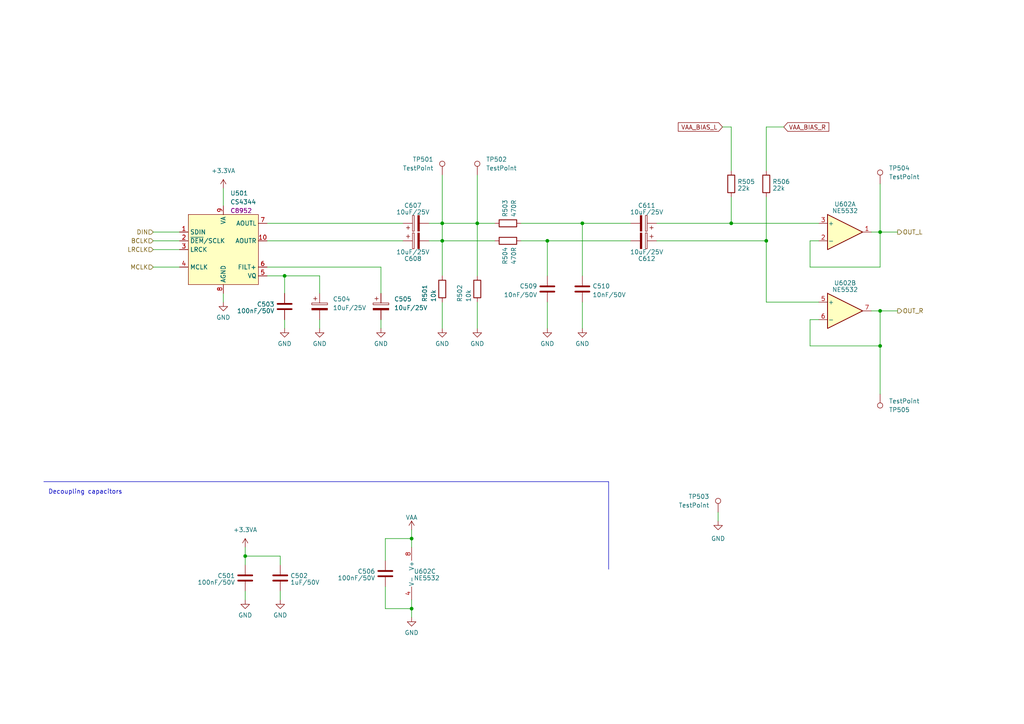
<source format=kicad_sch>
(kicad_sch (version 20230121) (generator eeschema)
  (paper "A4")
  (lib_symbols
    (symbol "Amplifier_Operational:NE5532" (pin_names (offset 0.127))
      (property "Reference" "U" (at 0 5.08 0))
      (property "Value" "NE5532" (at 0 -5.08 0))
      (symbol "NE5532_1_1"
        (polyline (pts (xy -5.08 5.08) (xy 5.08 0) (xy -5.08 -5.08) (xy -5.08 5.08)) (stroke (width 0.254)) (fill (type background)))
        (pin output line (at 7.62 0 180) (length 2.54) (name "~") (number "1"))
        (pin input line (at -7.62 -2.54 0) (length 2.54) (name "-") (number "2"))
        (pin input line (at -7.62 2.54 0) (length 2.54) (name "+") (number "3"))
      )
      (symbol "NE5532_2_1"
        (polyline (pts (xy -5.08 5.08) (xy 5.08 0) (xy -5.08 -5.08) (xy -5.08 5.08)) (stroke (width 0.254)) (fill (type background)))
        (pin input line (at -7.62 2.54 0) (length 2.54) (name "+") (number "5"))
        (pin input line (at -7.62 -2.54 0) (length 2.54) (name "-") (number "6"))
        (pin output line (at 7.62 0 180) (length 2.54) (name "~") (number "7"))
      )
      (symbol "NE5532_3_1"
        (pin power_in line (at -2.54 -7.62 90) (length 3.81) (name "V-") (number "4"))
        (pin power_in line (at -2.54 7.62 270) (length 3.81) (name "V+") (number "8"))
      )
    )
    (symbol "Connector:TestPoint" (pin_numbers hide) (pin_names (offset 0.762) hide)
      (property "Reference" "TP" (at 0 6.858 0))
      (property "Value" "TestPoint" (at 0 5.08 0))
      (symbol "TestPoint_0_1"
        (circle (center 0 3.302) (radius 0.762))
      )
      (symbol "TestPoint_1_1"
        (pin passive line (at 0 0 90) (length 2.54) (name "1") (number "1"))
      )
    )
    (symbol "Device:C" (pin_numbers hide) (pin_names (offset 0.254))
      (property "Reference" "C" (at 0.635 2.54 0))
      (property "Value" "C" (at 0.635 -2.54 0))
      (symbol "C_0_1"
        (polyline (pts (xy -2.032 -0.762) (xy 2.032 -0.762)) (stroke (width 0.508)))
        (polyline (pts (xy -2.032 0.762) (xy 2.032 0.762)) (stroke (width 0.508)))
      )
      (symbol "C_1_1"
        (pin passive line (at 0 3.81 270) (length 2.794) (name "~") (number "1"))
        (pin passive line (at 0 -3.81 90) (length 2.794) (name "~") (number "2"))
      )
    )
    (symbol "Device:C_Polarized" (pin_numbers hide) (pin_names (offset 0.254))
      (property "Reference" "C" (at 0.635 2.54 0))
      (property "Value" "C_Polarized" (at 0.635 -2.54 0))
      (symbol "C_Polarized_0_1"
        (rectangle (start -2.286 0.508) (end 2.286 1.016))
        (polyline (pts (xy -1.778 2.286) (xy -0.762 2.286)))
        (polyline (pts (xy -1.27 2.794) (xy -1.27 1.778)))
        (rectangle (start 2.286 -0.508) (end -2.286 -1.016) (fill (type outline)))
      )
      (symbol "C_Polarized_1_1"
        (pin passive line (at 0 3.81 270) (length 2.794) (name "~") (number "1"))
        (pin passive line (at 0 -3.81 90) (length 2.794) (name "~") (number "2"))
      )
    )
    (symbol "Device:R" (pin_numbers hide) (pin_names (offset 0))
      (property "Reference" "R" (at 2.032 0 90))
      (property "Value" "R" (at 0 0 90))
      (symbol "R_0_1"
        (rectangle (start -1.016 -2.54) (end 1.016 2.54) (stroke (width 0.254)))
      )
      (symbol "R_1_1"
        (pin passive line (at 0 3.81 270) (length 1.27) (name "~") (number "1"))
        (pin passive line (at 0 -3.81 90) (length 1.27) (name "~") (number "2"))
      )
    )
    (symbol "Skrooter_symbols:CS4344"
      (property "Reference" "U" (at -10.16 -16.51 0))
      (property "Value" "CS4344" (at -10.16 -13.97 0))
      (property "LCSC" "C8952" (at 0 0 0))
      (symbol "CS4344_0_1"
        (rectangle (start -10.16 7.62) (end 10.16 -12.7) (stroke (width 0.1524)) (fill (type background)))
      )
      (symbol "CS4344_1_1"
        (pin input line (at -12.7 2.54 0) (length 2.54) (name "SDIN") (number "1"))
        (pin input line (at 12.7 0 180) (length 2.54) (name "AOUTR") (number "10"))
        (pin input line (at -12.7 0 0) (length 2.54) (name "~{DEM}/SCLK") (number "2"))
        (pin input line (at -12.7 -2.54 0) (length 2.54) (name "LRCK") (number "3"))
        (pin input line (at -12.7 -7.62 0) (length 2.54) (name "MCLK") (number "4"))
        (pin input line (at 12.7 -10.16 180) (length 2.54) (name "VQ") (number "5"))
        (pin input line (at 12.7 -7.62 180) (length 2.54) (name "FILT+") (number "6"))
        (pin input line (at 12.7 5.08 180) (length 2.54) (name "AOUTL") (number "7"))
        (pin input line (at 0 -15.24 90) (length 2.54) (name "AGND") (number "8"))
        (pin input line (at 0 10.16 270) (length 2.54) (name "VA") (number "9"))
      )
    )
    (symbol "power:+3.3VA" (power) (pin_names (offset 0))
      (property "Value" "+3.3VA" (at 0 3.556 0))
      (symbol "+3.3VA_0_1"
        (polyline (pts (xy -0.762 1.27) (xy 0 2.54)))
        (polyline (pts (xy 0 0) (xy 0 2.54)))
        (polyline (pts (xy 0 2.54) (xy 0.762 1.27)))
      )
      (symbol "+3.3VA_1_1"
        (pin power_in line (at 0 0 90) (length 0) hide (name "+3.3VA") (number "1"))
      )
    )
    (symbol "power:GND" (power) (pin_names (offset 0))
      (property "Value" "GND" (at 0 -3.81 0))
      (symbol "GND_0_1"
        (polyline (pts (xy 0 0) (xy 0 -1.27) (xy 1.27 -1.27) (xy 0 -2.54) (xy -1.27 -1.27) (xy 0 -1.27)))
      )
      (symbol "GND_1_1"
        (pin power_in line (at 0 0 270) (length 0) hide (name "GND") (number "1"))
      )
    )
    (symbol "power:VAA" (power) (pin_names (offset 0))
      (property "Value" "VAA" (at 0 3.81 0))
      (symbol "VAA_0_1"
        (polyline (pts (xy -0.762 1.27) (xy 0 2.54)))
        (polyline (pts (xy 0 0) (xy 0 2.54)))
        (polyline (pts (xy 0 2.54) (xy 0.762 1.27)))
      )
      (symbol "VAA_1_1"
        (pin power_in line (at 0 0 90) (length 0) hide (name "VAA") (number "1"))
      )
    )
  )
  (junction (at 255.27 100.33))
  (junction (at 71.12 161.29))
  (junction (at 212.09 64.77))
  (junction (at 255.27 67.31))
  (junction (at 128.27 69.85))
  (junction (at 168.91 64.77))
  (junction (at 119.38 176.53))
  (junction (at 158.75 69.85))
  (junction (at 119.38 156.21))
  (junction (at 255.27 90.17))
  (junction (at 138.43 64.77))
  (junction (at 222.25 69.85))
  (junction (at 82.55 80.01))
  (junction (at 128.27 64.77))
  (wire (pts (xy 128.27 87.63) (xy 128.27 95.25)))
  (wire (pts (xy 237.49 87.63) (xy 222.25 87.63)))
  (wire (pts (xy 71.12 161.29) (xy 81.28 161.29)))
  (wire (pts (xy 255.27 114.3) (xy 255.27 100.33)))
  (wire (pts (xy 237.49 69.85) (xy 234.95 69.85)))
  (wire (pts (xy 111.76 176.53) (xy 119.38 176.53)))
  (wire (pts (xy 64.77 85.09) (xy 64.77 87.63)))
  (wire (pts (xy 128.27 64.77) (xy 138.43 64.77)))
  (wire (pts (xy 222.25 69.85) (xy 222.25 57.15)))
  (wire (pts (xy 255.27 67.31) (xy 252.73 67.31)))
  (wire (pts (xy 208.28 151.13) (xy 208.28 148.59)))
  (wire (pts (xy 209.55 36.83) (xy 212.09 36.83)))
  (wire (pts (xy 227.33 36.83) (xy 222.25 36.83)))
  (wire (pts (xy 82.55 92.71) (xy 82.55 95.25)))
  (wire (pts (xy 212.09 36.83) (xy 212.09 49.53)))
  (wire (pts (xy 71.12 171.45) (xy 71.12 173.99)))
  (wire (pts (xy 124.46 64.77) (xy 128.27 64.77)))
  (wire (pts (xy 77.47 80.01) (xy 82.55 80.01)))
  (wire (pts (xy 158.75 69.85) (xy 151.13 69.85)))
  (wire (pts (xy 222.25 36.83) (xy 222.25 49.53)))
  (wire (pts (xy 168.91 64.77) (xy 168.91 80.01)))
  (wire (pts (xy 138.43 87.63) (xy 138.43 95.25)))
  (wire (pts (xy 234.95 100.33) (xy 255.27 100.33)))
  (wire (pts (xy 110.49 77.47) (xy 110.49 85.09)))
  (wire (pts (xy 255.27 53.34) (xy 255.27 67.31)))
  (wire (pts (xy 158.75 69.85) (xy 182.88 69.85)))
  (wire (pts (xy 119.38 173.99) (xy 119.38 176.53)))
  (wire (pts (xy 124.46 69.85) (xy 128.27 69.85)))
  (wire (pts (xy 158.75 87.63) (xy 158.75 95.25)))
  (wire (pts (xy 234.95 92.71) (xy 234.95 100.33)))
  (wire (pts (xy 128.27 69.85) (xy 143.51 69.85)))
  (wire (pts (xy 168.91 64.77) (xy 182.88 64.77)))
  (wire (pts (xy 128.27 50.8) (xy 128.27 64.77)))
  (wire (pts (xy 190.5 64.77) (xy 212.09 64.77)))
  (wire (pts (xy 128.27 64.77) (xy 128.27 69.85)))
  (wire (pts (xy 119.38 176.53) (xy 119.38 179.07)))
  (wire (pts (xy 44.45 72.39) (xy 52.07 72.39)))
  (wire (pts (xy 222.25 87.63) (xy 222.25 69.85)))
  (wire (pts (xy 255.27 67.31) (xy 260.35 67.31)))
  (wire (pts (xy 77.47 69.85) (xy 116.84 69.85)))
  (wire (pts (xy 82.55 80.01) (xy 92.71 80.01)))
  (wire (pts (xy 44.45 67.31) (xy 52.07 67.31)))
  (wire (pts (xy 212.09 64.77) (xy 212.09 57.15)))
  (wire (pts (xy 168.91 87.63) (xy 168.91 95.25)))
  (wire (pts (xy 44.45 77.47) (xy 52.07 77.47)))
  (wire (pts (xy 138.43 50.8) (xy 138.43 64.77)))
  (wire (pts (xy 255.27 100.33) (xy 255.27 90.17)))
  (wire (pts (xy 138.43 64.77) (xy 143.51 64.77)))
  (wire (pts (xy 81.28 171.45) (xy 81.28 173.99)))
  (wire (pts (xy 111.76 170.18) (xy 111.76 176.53)))
  (wire (pts (xy 119.38 153.67) (xy 119.38 156.21)))
  (wire (pts (xy 82.55 80.01) (xy 82.55 85.09)))
  (wire (pts (xy 234.95 77.47) (xy 255.27 77.47)))
  (wire (pts (xy 255.27 90.17) (xy 260.35 90.17)))
  (wire (pts (xy 92.71 92.71) (xy 92.71 95.25)))
  (wire (pts (xy 111.76 162.56) (xy 111.76 156.21)))
  (wire (pts (xy 255.27 90.17) (xy 252.73 90.17)))
  (wire (pts (xy 158.75 80.01) (xy 158.75 69.85)))
  (wire (pts (xy 64.77 54.61) (xy 64.77 59.69)))
  (wire (pts (xy 128.27 69.85) (xy 128.27 80.01)))
  (wire (pts (xy 77.47 77.47) (xy 110.49 77.47)))
  (wire (pts (xy 110.49 92.71) (xy 110.49 95.25)))
  (wire (pts (xy 71.12 161.29) (xy 71.12 163.83)))
  (wire (pts (xy 234.95 69.85) (xy 234.95 77.47)))
  (wire (pts (xy 212.09 64.77) (xy 237.49 64.77)))
  (wire (pts (xy 71.12 158.75) (xy 71.12 161.29)))
  (wire (pts (xy 119.38 156.21) (xy 119.38 158.75)))
  (polyline (pts (xy 12.7 139.7) (xy 176.53 139.7)))
  (wire (pts (xy 151.13 64.77) (xy 168.91 64.77)))
  (wire (pts (xy 237.49 92.71) (xy 234.95 92.71)))
  (wire (pts (xy 111.76 156.21) (xy 119.38 156.21)))
  (wire (pts (xy 138.43 64.77) (xy 138.43 80.01)))
  (polyline (pts (xy 176.53 165.1) (xy 176.53 139.7)))
  (wire (pts (xy 255.27 77.47) (xy 255.27 67.31)))
  (wire (pts (xy 44.45 69.85) (xy 52.07 69.85)))
  (wire (pts (xy 81.28 161.29) (xy 81.28 163.83)))
  (wire (pts (xy 77.47 64.77) (xy 116.84 64.77)))
  (wire (pts (xy 190.5 69.85) (xy 222.25 69.85)))
  (wire (pts (xy 92.71 80.01) (xy 92.71 85.09)))
  (text "Decoupling capacitors" (at 13.97 143.51 0) (effects (font (size 1.27 1.27)) (justify left bottom)))
  (global_label "VAA_BIAS_R" (shape input) (at 227.33 36.83 0) (property "Intersheetrefs" "${INTERSHEET_REFS}" (effects hide)))
  (global_label "VAA_BIAS_L" (shape input) (at 209.55 36.83 180) (property "Intersheetrefs" "${INTERSHEET_REFS}" (effects hide)))
  (hierarchical_label "MCLK" (shape input) (at 44.45 77.47 180))
  (hierarchical_label "OUT_R" (shape output) (at 260.35 90.17 0))
  (hierarchical_label "OUT_L" (shape output) (at 260.35 67.31 0))
  (hierarchical_label "BCLK" (shape input) (at 44.45 69.85 180))
  (hierarchical_label "DIN" (shape input) (at 44.45 67.31 180))
  (hierarchical_label "LRCLK" (shape input) (at 44.45 72.39 180))
  (symbol (lib_id "Device:C_Polarized") (at 110.49 88.9 0) (unit 1)
    (property "Reference" "C505" (at 114.3 86.741 0) (effects (justify left)))
    (property "Value" "10uF/25V" (at 114.3 89.281 0) (effects (justify left)))
    (property "Footprint" "Capacitor_SMD:CP_Elec_4x5.8" (effects hide))
    (property "LCSC" "C2163094" (effects hide))
    (instances (project "Magna" (path "" (reference "C505") (unit 1)) (path "" (reference "C605") (unit 1))) (project "Audio_daughterboard" (path "" (reference "C405") (unit 1)) (path "" (reference "C505") (unit 1))))
  )
  (symbol (lib_id "power:GND") (at 158.75 95.25 0) (unit 1)
    (property "Reference" "#PWR0513" (effects hide))
    (property "Value" "GND" (at 158.75 99.6934 0))
    (instances (project "Magna" (path "" (reference "#PWR0513") (unit 1)) (path "" (reference "#PWR0613") (unit 1))) (project "Audio_daughterboard" (path "" (reference "#PWR0413") (unit 1)) (path "" (reference "#PWR0513") (unit 1))))
  )
  (symbol (lib_id "Skrooter_symbols:CS4344") (at 64.77 69.85 0) (unit 1)
    (property "Reference" "U501" (at 66.7894 56.0442 0) (effects (justify left)))
    (property "Value" "CS4344" (at 66.7894 58.5811 0) (effects (justify left)))
    (property "Footprint" "Package_SO:MSOP-10_3x3mm_P0.5mm" (effects hide))
    (property "Datasheet" "https://datasheet.lcsc.com/lcsc/1811020008_Cirrus-Logic-CS4344-CZZR_C8952.pdf" (effects hide))
    (property "LCSC" "C8952" (at 66.7894 61.118 0) (effects (justify left)))
    (property "Sim.Enable" "0" (effects hide))
    (instances (project "Magna" (path "" (reference "U501") (unit 1)) (path "" (reference "U601") (unit 1))) (project "Audio_daughterboard" (path "" (reference "U401") (unit 1)) (path "" (reference "U501") (unit 1))))
  )
  (symbol (lib_id "Device:R") (at 222.25 53.34 180) (unit 1)
    (property "Reference" "R506" (at 224.028 52.6963 0) (effects (justify right)))
    (property "Value" "22k" (at 224.028 54.6173 0) (effects (justify right)))
    (property "Footprint" "Resistor_SMD:R_0805_2012Metric_Pad1.20x1.40mm_HandSolder" (effects hide))
    (property "LCSC" "C479095" (effects hide))
    (instances (project "Magna" (path "" (reference "R506") (unit 1)) (path "" (reference "R606") (unit 1))) (project "Audio_daughterboard" (path "" (reference "R406") (unit 1)) (path "" (reference "R506") (unit 1))))
  )
  (symbol (lib_id "Connector:TestPoint") (at 138.43 50.8 0) (unit 1)
    (property "Reference" "TP502" (at 140.97 46.228 0) (effects (justify left)))
    (property "Value" "TestPoint" (at 140.97 48.768 0) (effects (justify left)))
    (property "Footprint" "TestPoint:TestPoint_Keystone_5005-5009_Compact" (effects hide))
    (property "Sim.Enable" "0" (effects hide))
    (instances (project "Magna" (path "" (reference "TP502") (unit 1)) (path "" (reference "TP602") (unit 1))) (project "Audio_daughterboard" (path "" (reference "TP402") (unit 1)) (path "" (reference "TP502") (unit 1))))
  )
  (symbol (lib_id "Device:R") (at 147.32 64.77 90) (unit 1)
    (property "Reference" "R503" (at 146.4853 62.992 0) (effects (justify left)))
    (property "Value" "470R" (at 149.0222 62.992 0) (effects (justify left)))
    (property "Footprint" "Resistor_SMD:R_0805_2012Metric_Pad1.20x1.40mm_HandSolder" (effects hide))
    (property "LCSC" "C706320" (effects hide))
    (instances (project "Magna" (path "" (reference "R503") (unit 1)) (path "" (reference "R603") (unit 1))) (project "Audio_daughterboard" (path "" (reference "R403") (unit 1)) (path "" (reference "R503") (unit 1))))
  )
  (symbol (lib_id "power:VAA") (at 119.38 153.67 0) (unit 1)
    (property "Reference" "#PWR0509" (effects hide))
    (property "Value" "VAA" (at 119.38 150.0942 0))
    (instances (project "Magna" (path "" (reference "#PWR0509") (unit 1)) (path "" (reference "#PWR0609") (unit 1))) (project "Audio_daughterboard" (path "" (reference "#PWR0409") (unit 1)) (path "" (reference "#PWR0509") (unit 1))))
  )
  (symbol (lib_id "power:GND") (at 92.71 95.25 0) (unit 1)
    (property "Reference" "#PWR0507" (effects hide))
    (property "Value" "GND" (at 92.71 99.6934 0))
    (instances (project "Magna" (path "" (reference "#PWR0507") (unit 1)) (path "" (reference "#PWR0607") (unit 1))) (project "Audio_daughterboard" (path "" (reference "#PWR0407") (unit 1)) (path "" (reference "#PWR0507") (unit 1))))
  )
  (symbol (lib_id "Device:C") (at 81.28 167.64 0) (unit 1)
    (property "Reference" "C502" (at 84.201 166.9963 0) (effects (justify left)))
    (property "Value" "1uF/50V" (at 84.201 168.9173 0) (effects (justify left)))
    (property "Footprint" "Capacitor_SMD:C_0805_2012Metric_Pad1.18x1.45mm_HandSolder" (effects hide))
    (property "LCSC" "C28323" (effects hide))
    (instances (project "Magna" (path "" (reference "C502") (unit 1)) (path "" (reference "C602") (unit 1))) (project "Audio_daughterboard" (path "" (reference "C402") (unit 1)) (path "" (reference "C502") (unit 1))))
  )
  (symbol (lib_id "Connector:TestPoint") (at 255.27 114.3 0) (mirror x) (unit 1)
    (property "Reference" "TP505" (at 257.81 118.872 0) (effects (justify left)))
    (property "Value" "TestPoint" (at 257.81 116.332 0) (effects (justify left)))
    (property "Footprint" "TestPoint:TestPoint_Keystone_5005-5009_Compact" (effects hide))
    (property "Sim.Enable" "0" (effects hide))
    (instances (project "Magna" (path "" (reference "TP505") (unit 1)) (path "" (reference "TP605") (unit 1))) (project "Audio_daughterboard" (path "" (reference "TP405") (unit 1)) (path "" (reference "TP505") (unit 1))))
  )
  (symbol (lib_id "Device:C") (at 111.76 166.37 0) (mirror y) (unit 1)
    (property "Reference" "C506" (at 108.839 165.7263 0) (effects (justify left)))
    (property "Value" "100nF/50V" (at 108.839 167.6473 0) (effects (justify left)))
    (property "Footprint" "Capacitor_SMD:C_0805_2012Metric_Pad1.18x1.45mm_HandSolder" (effects hide))
    (property "LCSC" "C49678" (effects hide))
    (instances (project "Magna" (path "" (reference "C506") (unit 1)) (path "" (reference "C606") (unit 1))) (project "Audio_daughterboard" (path "" (reference "C406") (unit 1)) (path "" (reference "C506") (unit 1))))
  )
  (symbol (lib_id "power:GND") (at 64.77 87.63 0) (unit 1)
    (property "Reference" "#PWR0502" (effects hide))
    (property "Value" "GND" (at 64.77 92.0734 0))
    (instances (project "Magna" (path "" (reference "#PWR0502") (unit 1)) (path "" (reference "#PWR0602") (unit 1))) (project "Audio_daughterboard" (path "" (reference "#PWR0402") (unit 1)) (path "" (reference "#PWR0502") (unit 1))))
  )
  (symbol (lib_id "Device:R") (at 128.27 83.82 0) (mirror y) (unit 1)
    (property "Reference" "R501" (at 123.19 87.63 90) (effects (justify left)))
    (property "Value" "10k" (at 125.73 87.63 90) (effects (justify left)))
    (property "Footprint" "Resistor_SMD:R_0805_2012Metric_Pad1.20x1.40mm_HandSolder" (effects hide))
    (property "LCSC" "C17414" (effects hide))
    (instances (project "Magna" (path "" (reference "R501") (unit 1)) (path "" (reference "R601") (unit 1))) (project "Audio_daughterboard" (path "" (reference "R401") (unit 1)) (path "" (reference "R501") (unit 1))))
  )
  (symbol (lib_id "Device:R") (at 212.09 53.34 180) (unit 1)
    (property "Reference" "R505" (at 213.868 52.6963 0) (effects (justify right)))
    (property "Value" "22k" (at 213.868 54.6173 0) (effects (justify right)))
    (property "Footprint" "Resistor_SMD:R_0805_2012Metric_Pad1.20x1.40mm_HandSolder" (effects hide))
    (property "LCSC" "C479095" (effects hide))
    (instances (project "Magna" (path "" (reference "R505") (unit 1)) (path "" (reference "R605") (unit 1))) (project "Audio_daughterboard" (path "" (reference "R405") (unit 1)) (path "" (reference "R505") (unit 1))))
  )
  (symbol (lib_id "Device:C") (at 82.55 88.9 0) (mirror y) (unit 1)
    (property "Reference" "C503" (at 79.629 88.2563 0) (effects (justify left)))
    (property "Value" "100nF/50V" (at 79.629 90.1773 0) (effects (justify left)))
    (property "Footprint" "Capacitor_SMD:C_0805_2012Metric_Pad1.18x1.45mm_HandSolder" (effects hide))
    (property "LCSC" "C49678" (effects hide))
    (instances (project "Magna" (path "" (reference "C503") (unit 1)) (path "" (reference "C603") (unit 1))) (project "Audio_daughterboard" (path "" (reference "C403") (unit 1)) (path "" (reference "C503") (unit 1))))
  )
  (symbol (lib_id "Connector:TestPoint") (at 255.27 53.34 0) (unit 1)
    (property "Reference" "TP504" (at 257.81 48.768 0) (effects (justify left)))
    (property "Value" "TestPoint" (at 257.81 51.308 0) (effects (justify left)))
    (property "Footprint" "TestPoint:TestPoint_Keystone_5005-5009_Compact" (effects hide))
    (property "Sim.Enable" "0" (effects hide))
    (instances (project "Magna" (path "" (reference "TP504") (unit 1)) (path "" (reference "TP604") (unit 1))) (project "Audio_daughterboard" (path "" (reference "TP404") (unit 1)) (path "" (reference "TP504") (unit 1))))
  )
  (symbol (lib_id "power:GND") (at 81.28 173.99 0) (unit 1)
    (property "Reference" "#PWR0505" (effects hide))
    (property "Value" "GND" (at 81.28 178.4334 0))
    (instances (project "Magna" (path "" (reference "#PWR0505") (unit 1)) (path "" (reference "#PWR0605") (unit 1))) (project "Audio_daughterboard" (path "" (reference "#PWR0405") (unit 1)) (path "" (reference "#PWR0505") (unit 1))))
  )
  (symbol (lib_id "Device:C") (at 168.91 83.82 0) (unit 1)
    (property "Reference" "C510" (at 171.831 82.9853 0) (effects (justify left)))
    (property "Value" "10nF/50V" (at 171.831 85.5222 0) (effects (justify left)))
    (property "Footprint" "Capacitor_SMD:C_0805_2012Metric_Pad1.18x1.45mm_HandSolder" (effects hide))
    (property "LCSC" "C3908881" (effects hide))
    (instances (project "Magna" (path "" (reference "C510") (unit 1)) (path "" (reference "C610") (unit 1))) (project "Audio_daughterboard" (path "" (reference "C410") (unit 1)) (path "" (reference "C510") (unit 1))))
  )
  (symbol (lib_id "power:GND") (at 208.28 151.13 0) (unit 1)
    (property "Reference" "#PWR0515" (effects hide))
    (property "Value" "GND" (at 208.28 156.21 0))
    (instances (project "Magna" (path "" (reference "#PWR0515") (unit 1)) (path "" (reference "#PWR0615") (unit 1))) (project "Audio_daughterboard" (path "" (reference "#PWR0415") (unit 1)) (path "" (reference "#PWR0515") (unit 1))))
  )
  (symbol (lib_id "Amplifier_Operational:NE5532") (at 245.11 90.17 0) (unit 2)
    (property "Reference" "U602" (at 245.11 82.0801 0))
    (property "Value" "NE5532" (at 245.11 84.0011 0))
    (property "Footprint" "Package_SO:SOIC-8_3.9x4.9mm_P1.27mm" (effects hide))
    (property "Datasheet" "http://www.ti.com/lit/ds/symlink/ne5532.pdf" (effects hide))
    (property "LCSC" "C7426" (effects hide))
    (property "Sim.Library" "${KICAD7_SYMBOL_DIR}/Simulation_SPICE.sp" (effects hide))
    (property "Sim.Name" "kicad_builtin_opamp_dual" (effects hide))
    (property "Sim.Device" "SUBCKT" (effects hide))
    (property "Sim.Pins" "1=out1 2=in1- 3=in1+ 4=vee 5=in2+ 6=in2- 7=out2 8=vcc" (effects hide))
    (instances (project "Magna" (path "" (reference "U602") (unit 2)) (path "" (reference "U502") (unit 2))) (project "Audio_daughterboard" (path "" (reference "U402") (unit 2)) (path "" (reference "U502") (unit 2))))
  )
  (symbol (lib_id "Device:R") (at 138.43 83.82 0) (mirror y) (unit 1)
    (property "Reference" "R502" (at 133.35 87.63 90) (effects (justify left)))
    (property "Value" "10k" (at 135.89 87.63 90) (effects (justify left)))
    (property "Footprint" "Resistor_SMD:R_0805_2012Metric_Pad1.20x1.40mm_HandSolder" (effects hide))
    (property "LCSC" "C17414" (effects hide))
    (instances (project "Magna" (path "" (reference "R502") (unit 1)) (path "" (reference "R602") (unit 1))) (project "Audio_daughterboard" (path "" (reference "R402") (unit 1)) (path "" (reference "R502") (unit 1))))
  )
  (symbol (lib_id "power:+3.3VA") (at 71.12 158.75 0) (unit 1)
    (property "Reference" "#PWR0501" (effects hide))
    (property "Value" "+3.3VA" (at 71.12 153.67 0))
    (instances (project "Audio_daughterboard" (path "" (reference "#PWR0501") (unit 1)) (path "" (reference "#PWR0401") (unit 1))))
  )
  (symbol (lib_id "Device:C_Polarized") (at 120.65 69.85 90) (mirror x) (unit 1)
    (property "Reference" "C608" (at 119.761 75.0189 90))
    (property "Value" "10uF/25V" (at 119.761 73.0979 90))
    (property "Footprint" "Capacitor_SMD:CP_Elec_4x5.8" (effects hide))
    (property "LCSC" "C2163094" (effects hide))
    (instances (project "Magna" (path "" (reference "C608") (unit 1)) (path "" (reference "C508") (unit 1))) (project "Audio_daughterboard" (path "" (reference "C408") (unit 1)) (path "" (reference "C508") (unit 1))))
  )
  (symbol (lib_id "power:+3.3VA") (at 64.77 54.61 0) (unit 1)
    (property "Reference" "#PWR0403" (effects hide))
    (property "Value" "+3.3VA" (at 64.77 49.53 0))
    (instances (project "Audio_daughterboard" (path "" (reference "#PWR0403") (unit 1)) (path "" (reference "#PWR0503") (unit 1))))
  )
  (symbol (lib_id "power:GND") (at 138.43 95.25 0) (unit 1)
    (property "Reference" "#PWR0512" (effects hide))
    (property "Value" "GND" (at 138.43 99.6934 0))
    (instances (project "Magna" (path "" (reference "#PWR0512") (unit 1)) (path "" (reference "#PWR0612") (unit 1))) (project "Audio_daughterboard" (path "" (reference "#PWR0412") (unit 1)) (path "" (reference "#PWR0512") (unit 1))))
  )
  (symbol (lib_id "Amplifier_Operational:NE5532") (at 245.11 67.31 0) (unit 1)
    (property "Reference" "U602" (at 245.11 59.2201 0))
    (property "Value" "NE5532" (at 245.11 61.1411 0))
    (property "Footprint" "Package_SO:SOIC-8_3.9x4.9mm_P1.27mm" (effects hide))
    (property "Datasheet" "http://www.ti.com/lit/ds/symlink/ne5532.pdf" (effects hide))
    (property "LCSC" "C7426" (effects hide))
    (property "Sim.Library" "${KICAD7_SYMBOL_DIR}/Simulation_SPICE.sp" (effects hide))
    (property "Sim.Name" "kicad_builtin_opamp_dual" (effects hide))
    (property "Sim.Device" "SUBCKT" (effects hide))
    (property "Sim.Pins" "1=out1 2=in1- 3=in1+ 4=vee 5=in2+ 6=in2- 7=out2 8=vcc" (effects hide))
    (instances (project "Magna" (path "" (reference "U602") (unit 1)) (path "" (reference "U502") (unit 1))) (project "Audio_daughterboard" (path "" (reference "U402") (unit 1)) (path "" (reference "U502") (unit 1))))
  )
  (symbol (lib_id "Device:C") (at 158.75 83.82 0) (mirror y) (unit 1)
    (property "Reference" "C509" (at 155.829 82.9853 0) (effects (justify left)))
    (property "Value" "10nF/50V" (at 155.829 85.5222 0) (effects (justify left)))
    (property "Footprint" "Capacitor_SMD:C_0805_2012Metric_Pad1.18x1.45mm_HandSolder" (effects hide))
    (property "LCSC" "C3908881" (effects hide))
    (instances (project "Magna" (path "" (reference "C509") (unit 1)) (path "" (reference "C609") (unit 1))) (project "Audio_daughterboard" (path "" (reference "C409") (unit 1)) (path "" (reference "C509") (unit 1))))
  )
  (symbol (lib_id "Device:C_Polarized") (at 120.65 64.77 90) (unit 1)
    (property "Reference" "C607" (at 119.761 59.6011 90))
    (property "Value" "10uF/25V" (at 119.761 61.5221 90))
    (property "Footprint" "Capacitor_SMD:CP_Elec_4x5.8" (effects hide))
    (property "LCSC" "C2163094" (effects hide))
    (instances (project "Magna" (path "" (reference "C607") (unit 1)) (path "" (reference "C507") (unit 1))) (project "Audio_daughterboard" (path "" (reference "C407") (unit 1)) (path "" (reference "C507") (unit 1))))
  )
  (symbol (lib_id "Connector:TestPoint") (at 128.27 50.8 0) (mirror y) (unit 1)
    (property "Reference" "TP501" (at 125.73 46.228 0) (effects (justify left)))
    (property "Value" "TestPoint" (at 125.73 48.768 0) (effects (justify left)))
    (property "Footprint" "TestPoint:TestPoint_Keystone_5005-5009_Compact" (effects hide))
    (property "Sim.Enable" "0" (effects hide))
    (instances (project "Magna" (path "" (reference "TP501") (unit 1)) (path "" (reference "TP601") (unit 1))) (project "Audio_daughterboard" (path "" (reference "TP401") (unit 1)) (path "" (reference "TP501") (unit 1))))
  )
  (symbol (lib_id "power:GND") (at 110.49 95.25 0) (unit 1)
    (property "Reference" "#PWR0508" (effects hide))
    (property "Value" "GND" (at 110.49 99.6934 0))
    (instances (project "Magna" (path "" (reference "#PWR0508") (unit 1)) (path "" (reference "#PWR0608") (unit 1))) (project "Audio_daughterboard" (path "" (reference "#PWR0408") (unit 1)) (path "" (reference "#PWR0508") (unit 1))))
  )
  (symbol (lib_id "Connector:TestPoint") (at 208.28 148.59 0) (unit 1)
    (property "Reference" "TP503" (at 205.74 144.018 0) (effects (justify right)))
    (property "Value" "TestPoint" (at 205.74 146.558 0) (effects (justify right)))
    (property "Footprint" "TestPoint:TestPoint_Keystone_5005-5009_Compact" (effects hide))
    (property "Sim.Enable" "0" (effects hide))
    (instances (project "Magna" (path "" (reference "TP503") (unit 1)) (path "" (reference "TP603") (unit 1))) (project "Audio_daughterboard" (path "" (reference "TP403") (unit 1)) (path "" (reference "TP503") (unit 1))))
  )
  (symbol (lib_id "Device:R") (at 147.32 69.85 90) (mirror x) (unit 1)
    (property "Reference" "R504" (at 146.4853 71.628 0) (effects (justify left)))
    (property "Value" "470R" (at 149.0222 71.628 0) (effects (justify left)))
    (property "Footprint" "Resistor_SMD:R_0805_2012Metric_Pad1.20x1.40mm_HandSolder" (effects hide))
    (property "LCSC" "C706320" (effects hide))
    (instances (project "Magna" (path "" (reference "R504") (unit 1)) (path "" (reference "R604") (unit 1))) (project "Audio_daughterboard" (path "" (reference "R404") (unit 1)) (path "" (reference "R504") (unit 1))))
  )
  (symbol (lib_id "Device:C_Polarized") (at 186.69 64.77 270) (mirror x) (unit 1)
    (property "Reference" "C611" (at 187.579 59.6011 90))
    (property "Value" "10uF/25V" (at 187.579 61.5221 90))
    (property "Footprint" "Capacitor_SMD:CP_Elec_4x5.8" (effects hide))
    (property "LCSC" "C2163094" (effects hide))
    (instances (project "Magna" (path "" (reference "C611") (unit 1)) (path "" (reference "C511") (unit 1))) (project "Audio_daughterboard" (path "" (reference "C411") (unit 1)) (path "" (reference "C511") (unit 1))))
  )
  (symbol (lib_id "power:GND") (at 128.27 95.25 0) (unit 1)
    (property "Reference" "#PWR0511" (effects hide))
    (property "Value" "GND" (at 128.27 99.6934 0))
    (instances (project "Magna" (path "" (reference "#PWR0511") (unit 1)) (path "" (reference "#PWR0611") (unit 1))) (project "Audio_daughterboard" (path "" (reference "#PWR0411") (unit 1)) (path "" (reference "#PWR0511") (unit 1))))
  )
  (symbol (lib_id "power:GND") (at 168.91 95.25 0) (unit 1)
    (property "Reference" "#PWR0514" (effects hide))
    (property "Value" "GND" (at 168.91 99.6934 0))
    (instances (project "Magna" (path "" (reference "#PWR0514") (unit 1)) (path "" (reference "#PWR0614") (unit 1))) (project "Audio_daughterboard" (path "" (reference "#PWR0414") (unit 1)) (path "" (reference "#PWR0514") (unit 1))))
  )
  (symbol (lib_id "Device:C_Polarized") (at 92.71 88.9 0) (unit 1)
    (property "Reference" "C504" (at 96.52 86.741 0) (effects (justify left)))
    (property "Value" "10uF/25V" (at 96.52 89.281 0) (effects (justify left)))
    (property "Footprint" "Capacitor_SMD:CP_Elec_4x5.8" (effects hide))
    (property "LCSC" "C2163094" (effects hide))
    (instances (project "Magna" (path "" (reference "C504") (unit 1)) (path "" (reference "C604") (unit 1))) (project "Audio_daughterboard" (path "" (reference "C404") (unit 1)) (path "" (reference "C504") (unit 1))))
  )
  (symbol (lib_id "power:GND") (at 119.38 179.07 0) (unit 1)
    (property "Reference" "#PWR0510" (effects hide))
    (property "Value" "GND" (at 119.38 183.5134 0))
    (instances (project "Magna" (path "" (reference "#PWR0510") (unit 1)) (path "" (reference "#PWR0610") (unit 1))) (project "Audio_daughterboard" (path "" (reference "#PWR0410") (unit 1)) (path "" (reference "#PWR0510") (unit 1))))
  )
  (symbol (lib_id "power:GND") (at 82.55 95.25 0) (unit 1)
    (property "Reference" "#PWR0506" (effects hide))
    (property "Value" "GND" (at 82.55 99.6934 0))
    (instances (project "Magna" (path "" (reference "#PWR0506") (unit 1)) (path "" (reference "#PWR0606") (unit 1))) (project "Audio_daughterboard" (path "" (reference "#PWR0406") (unit 1)) (path "" (reference "#PWR0506") (unit 1))))
  )
  (symbol (lib_id "Device:C_Polarized") (at 186.69 69.85 270) (unit 1)
    (property "Reference" "C612" (at 187.579 75.0189 90))
    (property "Value" "10uF/25V" (at 187.579 73.0979 90))
    (property "Footprint" "Capacitor_SMD:CP_Elec_4x5.8" (effects hide))
    (property "LCSC" "C2163094" (effects hide))
    (instances (project "Magna" (path "" (reference "C612") (unit 1)) (path "" (reference "C512") (unit 1))) (project "Audio_daughterboard" (path "" (reference "C412") (unit 1)) (path "" (reference "C512") (unit 1))))
  )
  (symbol (lib_id "Device:C") (at 71.12 167.64 0) (mirror y) (unit 1)
    (property "Reference" "C501" (at 68.199 166.9963 0) (effects (justify left)))
    (property "Value" "100nF/50V" (at 68.199 168.9173 0) (effects (justify left)))
    (property "Footprint" "Capacitor_SMD:C_0805_2012Metric_Pad1.18x1.45mm_HandSolder" (effects hide))
    (property "LCSC" "C49678" (effects hide))
    (instances (project "Magna" (path "" (reference "C501") (unit 1)) (path "" (reference "C601") (unit 1))) (project "Audio_daughterboard" (path "" (reference "C401") (unit 1)) (path "" (reference "C501") (unit 1))))
  )
  (symbol (lib_id "power:GND") (at 71.12 173.99 0) (unit 1)
    (property "Reference" "#PWR0504" (effects hide))
    (property "Value" "GND" (at 71.12 178.4334 0))
    (instances (project "Magna" (path "" (reference "#PWR0504") (unit 1)) (path "" (reference "#PWR0604") (unit 1))) (project "Audio_daughterboard" (path "" (reference "#PWR0404") (unit 1)) (path "" (reference "#PWR0504") (unit 1))))
  )
  (symbol (lib_id "Amplifier_Operational:NE5532") (at 121.92 166.37 0) (unit 3)
    (property "Reference" "U602" (at 120.015 165.7263 0) (effects (justify left)))
    (property "Value" "NE5532" (at 120.015 167.6473 0) (effects (justify left)))
    (property "Footprint" "Package_SO:SOIC-8_3.9x4.9mm_P1.27mm" (effects hide))
    (property "Datasheet" "http://www.ti.com/lit/ds/symlink/ne5532.pdf" (effects hide))
    (property "LCSC" "C7426" (effects hide))
    (property "Sim.Library" "${KICAD7_SYMBOL_DIR}/Simulation_SPICE.sp" (effects hide))
    (property "Sim.Name" "kicad_builtin_opamp_dual" (effects hide))
    (property "Sim.Device" "SUBCKT" (effects hide))
    (property "Sim.Pins" "1=out1 2=in1- 3=in1+ 4=vee 5=in2+ 6=in2- 7=out2 8=vcc" (effects hide))
    (instances (project "Magna" (path "" (reference "U602") (unit 3)) (path "" (reference "U502") (unit 3))) (project "Audio_daughterboard" (path "" (reference "U402") (unit 3)) (path "" (reference "U502") (unit 3))))
  )
)
</source>
